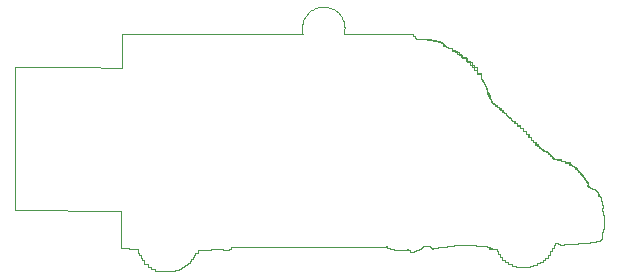
<source format=gbp>
G75*
%MOIN*%
%OFA0B0*%
%FSLAX24Y24*%
%IPPOS*%
%LPD*%
%AMOC8*
5,1,8,0,0,1.08239X$1,22.5*
%
%ADD10C,0.0010*%
%ADD11C,0.0004*%
D10*
X005682Y009387D02*
X005682Y009460D01*
X005557Y009460D01*
X005557Y009555D01*
X005438Y009555D01*
X005438Y009675D01*
X005386Y009675D01*
X005386Y009746D01*
X005331Y009746D01*
X005331Y009835D01*
X005283Y009835D01*
X005283Y009927D01*
X005250Y009927D01*
X005250Y010007D01*
X005235Y010007D01*
X005235Y010055D01*
X005135Y010055D01*
X005135Y010061D01*
X004929Y010061D01*
X004929Y010074D01*
X004755Y010074D01*
X005682Y009387D02*
X005818Y009387D01*
X005818Y009333D01*
X005969Y009333D01*
X005969Y009320D01*
X006023Y009320D01*
X006023Y009312D01*
X006073Y009312D01*
X006073Y009309D01*
X006244Y009309D01*
X006244Y009310D01*
X006349Y009310D01*
X006349Y009313D01*
X006415Y009313D01*
X006415Y009320D02*
X006463Y009320D01*
X006463Y009335D01*
X006514Y009335D01*
X006514Y009363D02*
X006595Y009363D01*
X006595Y009396D01*
X006672Y009396D01*
X006672Y009417D01*
X006716Y009417D01*
X006716Y009440D01*
X006758Y009440D01*
X006758Y009471D01*
X006807Y009471D01*
X006807Y009514D01*
X006871Y009514D01*
X006871Y009550D01*
X006918Y009550D01*
X006918Y009598D01*
X006966Y009598D01*
X006966Y009653D01*
X007016Y009653D01*
X007016Y009715D01*
X007064Y009715D01*
X007064Y009780D01*
X007109Y009780D01*
X007109Y009846D01*
X007149Y009846D01*
X007149Y009909D01*
X007182Y009909D01*
X007207Y009931D01*
X007231Y009931D01*
X007231Y010005D01*
X007256Y010005D01*
X007256Y010011D01*
X007305Y010011D01*
X007305Y010014D01*
X007335Y010014D01*
X007335Y010017D01*
X007384Y010017D01*
X007384Y010021D01*
X007444Y010021D01*
X007444Y010023D01*
X007508Y010023D01*
X007508Y010027D01*
X007581Y010027D01*
X007581Y010031D01*
X007664Y010031D01*
X007664Y010037D01*
X007748Y010037D01*
X007748Y010043D01*
X007821Y010043D01*
X007821Y010049D01*
X007893Y010049D01*
X007893Y010053D01*
X007948Y010053D01*
X007948Y010055D01*
X007990Y010055D01*
X007990Y010056D01*
X008020Y010056D01*
X008020Y010054D01*
X008041Y010054D01*
X008041Y010051D01*
X008054Y010051D01*
X008054Y010045D01*
X008063Y010045D01*
X008063Y010038D01*
X008068Y010038D01*
X008068Y010023D01*
X008084Y010023D01*
X008084Y010011D01*
X008111Y010011D01*
X008111Y010003D01*
X008146Y010003D01*
X008146Y010001D01*
X008189Y010001D01*
X008189Y010003D01*
X008211Y010003D01*
X008211Y010007D01*
X008233Y010007D01*
X008233Y010017D01*
X008256Y010017D01*
X008256Y010031D01*
X008283Y010031D01*
X008283Y010049D01*
X008311Y010049D01*
X008311Y010066D01*
X008328Y010066D01*
X008328Y010088D01*
X008340Y010088D01*
X008353Y010123D01*
X008364Y010123D01*
X008377Y010124D01*
X013513Y010111D01*
X013488Y010154D01*
X013552Y010154D01*
X013552Y010099D01*
X013633Y010099D01*
X013633Y010063D01*
X013698Y010063D01*
X013698Y010040D01*
X013756Y010040D01*
X013756Y010026D01*
X013822Y010026D01*
X013822Y010018D01*
X013917Y010018D01*
X013917Y010016D01*
X014033Y010016D01*
X014033Y010020D01*
X014142Y010020D01*
X014142Y010031D01*
X014217Y010031D01*
X014217Y010036D01*
X014237Y010036D01*
X014237Y010035D01*
X014253Y010035D01*
X014253Y010024D01*
X014270Y010024D01*
X014270Y010000D01*
X014296Y010000D01*
X014296Y009965D01*
X014344Y009965D01*
X014344Y009949D01*
X014391Y009949D01*
X014391Y009953D01*
X014437Y009953D01*
X014437Y009975D01*
X014482Y009975D01*
X014482Y009991D01*
X014513Y009991D01*
X014513Y010008D01*
X014553Y010008D01*
X014553Y010030D01*
X014611Y010030D01*
X014611Y010054D01*
X014661Y010054D01*
X014661Y010079D01*
X014698Y010079D01*
X014698Y010103D01*
X014720Y010103D01*
X014720Y010123D01*
X014736Y010123D01*
X014736Y010136D01*
X014760Y010136D01*
X014760Y010143D01*
X014806Y010143D01*
X014806Y010149D01*
X014885Y010149D01*
X014885Y010154D01*
X014975Y010154D01*
X014975Y010131D01*
X014981Y010131D01*
X014981Y010107D01*
X014993Y010107D01*
X014993Y010083D01*
X015013Y010083D01*
X015013Y010071D01*
X015028Y010071D01*
X015028Y010063D01*
X015041Y010063D01*
X015041Y010061D01*
X015056Y010061D01*
X015056Y010063D01*
X015075Y010063D01*
X015075Y010067D01*
X015107Y010067D01*
X015107Y010075D01*
X015167Y010075D01*
X015167Y010087D01*
X015247Y010087D01*
X015247Y010100D01*
X015338Y010100D01*
X015338Y010114D01*
X015438Y010114D01*
X015438Y010129D01*
X015542Y010129D01*
X015542Y010142D01*
X015636Y010142D01*
X015636Y010152D01*
X015710Y010152D01*
X015710Y010160D01*
X015766Y010160D01*
X015766Y010169D01*
X015814Y010169D01*
X015814Y010176D01*
X015849Y010176D01*
X015849Y010182D01*
X015866Y010182D01*
X015866Y010187D01*
X015897Y010187D01*
X015897Y010188D01*
X015969Y010188D01*
X015969Y010186D01*
X016074Y010186D01*
X016074Y010182D01*
X016204Y010182D01*
X016204Y010176D01*
X016350Y010176D01*
X016350Y010167D01*
X016503Y010167D01*
X016503Y010156D01*
X016656Y010156D01*
X016656Y010144D01*
X016800Y010144D01*
X016800Y010139D01*
X016838Y010139D01*
X016838Y010134D01*
X016867Y010134D01*
X016867Y010128D01*
X016888Y010128D01*
X016888Y010119D01*
X016900Y010119D01*
X016900Y010112D01*
X016914Y010112D01*
X016914Y010105D01*
X016933Y010105D01*
X016933Y010100D01*
X016961Y010100D01*
X016961Y010097D01*
X017001Y010097D01*
X017001Y010093D01*
X017006Y010081D01*
X017006Y010075D01*
X017038Y010075D01*
X017038Y010066D01*
X017064Y010066D01*
X017064Y010051D01*
X016953Y010088D01*
X016953Y010063D01*
X016998Y010063D01*
X016998Y010048D01*
X017039Y010048D01*
X017039Y010040D01*
X017081Y010040D01*
X017081Y010038D01*
X017208Y010038D01*
X017208Y009988D01*
X017233Y009988D01*
X017233Y009887D01*
X017296Y009887D01*
X017296Y009784D01*
X017380Y009784D01*
X017380Y009690D01*
X017476Y009690D01*
X017476Y009615D01*
X017576Y009615D01*
X017576Y009549D01*
X017695Y009549D01*
X017695Y009499D01*
X017823Y009499D01*
X017823Y009464D01*
X017958Y009464D01*
X017958Y009446D01*
X018202Y009446D01*
X018202Y009459D01*
X018309Y009459D01*
X018309Y009484D01*
X018417Y009484D01*
X018417Y009520D01*
X018522Y009520D01*
X018522Y009567D01*
X018624Y009567D01*
X018624Y009624D01*
X018721Y009624D01*
X018721Y009690D01*
X018812Y009690D01*
X018812Y009765D01*
X018893Y009765D01*
X018893Y009861D01*
X018973Y009861D01*
X018973Y009972D01*
X019047Y009972D01*
X019047Y010084D01*
X019106Y010084D01*
X019106Y010184D01*
X019141Y010184D01*
X019141Y010231D01*
X019152Y010231D01*
X019152Y010235D01*
X019205Y010235D01*
X019205Y010237D01*
X019233Y010237D01*
X019233Y010235D01*
X019251Y010235D01*
X019251Y010231D01*
X019262Y010231D01*
X019262Y010222D01*
X019271Y010222D01*
X019271Y010209D01*
X019281Y010209D01*
X019281Y010201D01*
X019296Y010201D01*
X019296Y010196D01*
X019322Y010196D01*
X019322Y010194D01*
X019368Y010194D01*
X019368Y010197D01*
X019441Y010197D01*
X019441Y010203D01*
X019548Y010203D01*
X019548Y010214D01*
X019696Y010214D01*
X019696Y010229D01*
X019893Y010229D01*
X019893Y010242D01*
X020062Y010242D01*
X020062Y010251D01*
X020196Y010251D01*
X020196Y010260D01*
X020298Y010260D01*
X020298Y010267D01*
X020374Y010267D01*
X020374Y010273D01*
X020428Y010273D01*
X020428Y010278D01*
X020464Y010278D01*
X020464Y010284D01*
X020487Y010284D01*
X020487Y010290D01*
X020501Y010290D01*
X020501Y010303D01*
X020539Y010303D01*
X020539Y010308D01*
X020584Y010308D01*
X020584Y010309D01*
X020610Y010309D01*
X020610Y010313D01*
X020629Y010313D01*
X020629Y010323D01*
X020646Y010323D01*
X020646Y010340D01*
X020664Y010340D01*
X020664Y010361D01*
X020680Y010361D01*
X020680Y010378D01*
X020690Y010378D01*
X020690Y010401D01*
X020694Y010401D01*
X020694Y010436D01*
X020694Y010436D01*
X020694Y010491D01*
X020697Y010491D01*
X020697Y010543D01*
X020707Y010543D01*
X020707Y010587D01*
X020720Y010587D01*
X020720Y010616D01*
X020736Y010616D01*
X020736Y010649D01*
X020749Y010649D01*
X020749Y010713D01*
X020758Y010713D01*
X020758Y010799D01*
X020762Y010799D01*
X020762Y010899D01*
X020764Y010899D01*
X020764Y011003D01*
X020762Y011003D01*
X020762Y011103D01*
X020756Y011103D01*
X020756Y011189D01*
X020747Y011189D01*
X020747Y011254D01*
X020734Y011254D01*
X020734Y011330D01*
X020720Y011330D01*
X020720Y011403D01*
X020728Y011403D01*
X020728Y011475D01*
X020722Y011475D01*
X020722Y011533D01*
X020712Y011533D01*
X020712Y011597D01*
X020700Y011597D01*
X020700Y011660D01*
X020685Y011660D01*
X020685Y011715D01*
X020670Y011715D01*
X020670Y011758D01*
X020657Y011758D01*
X020657Y011782D01*
X020646Y011782D01*
X020646Y011798D01*
X020627Y011798D01*
X020627Y011804D01*
X020605Y011804D01*
X020605Y011805D01*
X020592Y011805D01*
X020592Y011810D01*
X020585Y011810D01*
X020585Y011820D01*
X020584Y011820D01*
X020584Y011839D01*
X020587Y011839D01*
X020587Y011860D01*
X020589Y011860D01*
X020589Y011879D01*
X020584Y011879D01*
X020584Y011903D01*
X020572Y011903D01*
X020572Y011940D01*
X020547Y011940D01*
X020547Y011964D01*
X020530Y011964D01*
X020530Y011982D01*
X020516Y011982D01*
X020516Y011998D01*
X020499Y011998D01*
X020499Y012011D01*
X020480Y012011D01*
X020480Y012024D01*
X020454Y012024D01*
X020454Y012040D01*
X020417Y012040D01*
X020417Y012060D01*
X020368Y012060D01*
X020368Y012085D01*
X020302Y012085D01*
X020302Y012102D01*
X020259Y012102D01*
X020259Y012115D01*
X020234Y012115D01*
X020234Y012127D01*
X020221Y012127D01*
X020221Y012142D01*
X020215Y012142D01*
X020215Y012164D01*
X020214Y012164D01*
X020214Y012179D01*
X020220Y012179D01*
X020220Y012195D01*
X020227Y012195D01*
X020227Y012220D01*
X020230Y012220D01*
X020230Y012235D01*
X020229Y012235D01*
X020229Y012248D01*
X020224Y012248D01*
X020224Y012258D01*
X020215Y012258D01*
X020215Y012267D01*
X020201Y012267D01*
X020201Y012281D01*
X020186Y012281D01*
X020186Y012305D01*
X020164Y012305D01*
X020164Y012338D01*
X020140Y012338D01*
X020140Y012374D01*
X020115Y012374D01*
X020115Y012413D01*
X020087Y012413D01*
X020087Y012456D01*
X020057Y012456D01*
X020057Y012496D01*
X020027Y012496D01*
X020027Y012529D01*
X020001Y012529D01*
X020001Y012557D01*
X019979Y012557D01*
X019979Y012582D01*
X019958Y012582D01*
X019958Y012602D01*
X019943Y012602D01*
X019943Y012614D01*
X019933Y012614D01*
X019933Y012629D01*
X019919Y012629D01*
X019919Y012655D01*
X019892Y012655D01*
X019892Y012689D01*
X019855Y012689D01*
X019855Y012727D01*
X019812Y012727D01*
X019812Y012775D01*
X019757Y012775D01*
X019757Y012812D01*
X019708Y012812D01*
X019708Y012840D01*
X019664Y012840D01*
X019664Y012866D01*
X019616Y012866D01*
X019616Y012931D01*
X019474Y012931D01*
X019474Y012989D01*
X019331Y012989D01*
X019331Y013032D01*
X019203Y013032D01*
X019203Y013055D01*
X019105Y013055D01*
X019105Y013059D01*
X019081Y013059D01*
X019081Y013066D01*
X019064Y013066D01*
X019064Y013080D01*
X019051Y013080D01*
X019051Y013103D01*
X019035Y013103D01*
X019035Y013119D01*
X019024Y013119D01*
X019024Y013135D01*
X019012Y013135D01*
X019012Y013148D01*
X019001Y013148D01*
X019001Y013155D01*
X018993Y013155D01*
X018993Y013165D01*
X018982Y013165D01*
X018982Y013183D01*
X018965Y013183D01*
X018965Y013206D01*
X018944Y013206D01*
X018944Y013233D01*
X018920Y013233D01*
X018920Y013255D01*
X018901Y013255D01*
X018901Y013271D01*
X018886Y013271D01*
X018886Y013283D01*
X018875Y013283D01*
X018875Y013291D01*
X018864Y013291D01*
X018864Y013297D01*
X018855Y013297D01*
X018855Y013299D01*
X018846Y013299D01*
X018846Y013301D01*
X018821Y013301D01*
X018821Y013305D01*
X018789Y013305D01*
X018789Y013316D01*
X018769Y013316D01*
X018769Y013332D01*
X018749Y013332D01*
X018749Y013348D01*
X018719Y013348D01*
X018719Y013366D01*
X018687Y013366D01*
X018687Y013385D01*
X018663Y013385D01*
X018663Y013403D01*
X018640Y013403D01*
X018640Y013418D01*
X018612Y013418D01*
X018612Y013435D01*
X018587Y013435D01*
X018587Y013473D01*
X018545Y013473D01*
X018545Y013531D01*
X018486Y013531D01*
X018486Y013611D01*
X018411Y013611D01*
X018411Y013686D01*
X018338Y013686D01*
X018338Y013775D01*
X018251Y013775D01*
X018251Y013872D01*
X018157Y013872D01*
X018157Y013972D01*
X018057Y013972D01*
X018057Y014070D01*
X017958Y014070D01*
X017958Y014164D01*
X017862Y014164D01*
X017862Y014246D01*
X017777Y014246D01*
X017777Y014314D01*
X017706Y014314D01*
X017706Y014354D01*
X017663Y014354D01*
X017663Y014400D01*
X017616Y014400D01*
X017616Y014443D01*
X017569Y014443D01*
X017569Y014481D01*
X017529Y014481D01*
X017529Y014521D01*
X017488Y014521D01*
X017488Y014567D01*
X017437Y014567D01*
X017437Y014618D01*
X017380Y014618D01*
X017380Y014673D01*
X017320Y014673D01*
X017320Y014728D01*
X017258Y014728D01*
X017258Y014780D01*
X017198Y014780D01*
X017198Y014828D01*
X017142Y014828D01*
X017142Y014869D01*
X017094Y014869D01*
X017094Y014896D01*
X017063Y014896D01*
X017063Y014921D01*
X017037Y014921D01*
X017037Y014940D01*
X017020Y014940D01*
X017020Y014951D01*
X017013Y014951D01*
X017013Y014966D01*
X017008Y014966D01*
X017008Y014996D01*
X016996Y014996D01*
X016996Y015036D01*
X016976Y015036D01*
X016976Y015083D01*
X016953Y015083D01*
X016953Y015165D01*
X016913Y015165D01*
X016913Y015230D01*
X016885Y015230D01*
X016885Y015281D01*
X016869Y015281D01*
X016869Y015321D01*
X016865Y015321D01*
X016865Y015342D01*
X016860Y015342D01*
X016860Y015377D01*
X016846Y015377D01*
X016846Y015424D01*
X016825Y015424D01*
X016825Y015479D01*
X016797Y015479D01*
X016797Y015538D01*
X016766Y015538D01*
X016766Y015600D01*
X016731Y015600D01*
X016731Y015661D01*
X016695Y015661D01*
X016695Y015719D01*
X016660Y015719D01*
X016660Y015878D01*
X016549Y015878D01*
X016549Y016033D01*
X016427Y016033D01*
X016427Y016180D01*
X016294Y016180D01*
X016294Y016318D01*
X016155Y016318D01*
X016155Y016444D01*
X016010Y016444D01*
X016010Y016557D01*
X015862Y016557D01*
X015862Y016655D01*
X015714Y016655D01*
X015714Y016736D01*
X015566Y016736D01*
X015566Y016773D01*
X015490Y016773D01*
X015490Y016801D01*
X015446Y016801D01*
X015446Y016827D01*
X015420Y016827D01*
X015420Y016864D01*
X015399Y016864D01*
X015399Y016883D01*
X015388Y016883D01*
X015388Y016900D01*
X015375Y016900D01*
X015375Y016916D01*
X015361Y016916D01*
X015361Y016926D01*
X015347Y016926D01*
X015347Y016946D01*
X015306Y016946D01*
X015306Y016964D01*
X015246Y016964D01*
X015246Y016982D01*
X015170Y016982D01*
X015170Y016998D01*
X015080Y016998D01*
X015080Y017012D01*
X014979Y017012D01*
X014979Y017025D01*
X014868Y017025D01*
X014868Y017036D01*
X014750Y017036D01*
X014750Y017044D01*
X014627Y017044D01*
X014627Y017050D01*
X014493Y017050D01*
X014493Y017088D01*
X014475Y017088D01*
X014475Y017120D01*
X014458Y017120D01*
X014458Y017142D01*
X014441Y017142D01*
X014441Y017143D01*
X014438Y017143D01*
X014438Y017144D01*
X014431Y017144D01*
X014431Y017145D01*
X014420Y017145D01*
X014420Y017146D01*
X014403Y017146D01*
X014412Y017156D02*
X014429Y017156D01*
X014429Y017155D01*
X014440Y017155D01*
X014440Y017154D01*
X014448Y017154D01*
X014448Y017153D01*
X014451Y017153D01*
X014451Y017151D01*
X014467Y017151D01*
X014467Y017129D01*
X014484Y017129D01*
X014484Y017098D01*
X014501Y017098D01*
X014501Y017059D01*
X014635Y017059D01*
X014635Y017053D01*
X014759Y017053D01*
X014759Y017045D01*
X014877Y017045D01*
X014877Y017035D01*
X014988Y017035D01*
X014988Y017022D01*
X015090Y017022D01*
X015090Y017007D01*
X015179Y017007D01*
X015179Y016991D01*
X015255Y016991D01*
X015255Y016973D01*
X015315Y016973D01*
X015315Y016954D01*
X015357Y016954D01*
X015357Y016935D01*
X015370Y016935D01*
X015370Y016925D01*
X015384Y016925D01*
X015384Y016910D01*
X015397Y016910D01*
X015397Y016892D01*
X015408Y016892D01*
X015408Y016874D01*
X015430Y016874D01*
X015430Y016837D01*
X015456Y016837D01*
X015456Y016810D01*
X015500Y016810D01*
X015500Y016783D01*
X015575Y016783D01*
X015575Y016745D01*
X015687Y016745D01*
X015687Y016684D01*
X015812Y016684D01*
X015812Y016606D01*
X015936Y016606D01*
X015936Y016519D01*
X016049Y016519D01*
X016049Y016430D01*
X016220Y016430D01*
X016220Y016274D01*
X016384Y016274D01*
X016384Y016100D01*
X016536Y016100D01*
X016536Y015916D01*
X016668Y015916D01*
X016668Y015728D01*
X016705Y015728D01*
X016705Y015671D01*
X016740Y015671D01*
X016740Y015609D01*
X016775Y015609D01*
X016775Y015548D01*
X016807Y015548D01*
X016807Y015488D01*
X016834Y015488D01*
X016834Y015433D01*
X016855Y015433D01*
X016855Y015387D01*
X016869Y015387D01*
X016869Y015351D01*
X016874Y015351D01*
X016874Y015330D01*
X016879Y015330D01*
X016879Y015290D01*
X016895Y015290D01*
X016895Y015239D01*
X016922Y015239D01*
X016922Y015174D01*
X016962Y015174D01*
X016962Y015092D01*
X016986Y015092D01*
X016986Y015046D01*
X017005Y015046D01*
X017005Y015005D01*
X017018Y015005D01*
X017018Y014975D01*
X017023Y014975D01*
X017023Y014961D01*
X017029Y014961D01*
X017029Y014950D01*
X017047Y014950D01*
X017047Y014931D01*
X017072Y014931D01*
X017072Y014906D01*
X017103Y014906D01*
X017103Y014878D01*
X017152Y014878D01*
X017152Y014837D01*
X017207Y014837D01*
X017207Y014789D01*
X017268Y014789D01*
X017268Y014737D01*
X017329Y014737D01*
X017329Y014682D01*
X017389Y014682D01*
X017389Y014628D01*
X017446Y014628D01*
X017446Y014576D01*
X017497Y014576D01*
X017497Y014529D01*
X017538Y014529D01*
X017538Y014491D01*
X017578Y014491D01*
X017578Y014453D01*
X017625Y014453D01*
X017625Y014409D01*
X017672Y014409D01*
X017672Y014364D01*
X017715Y014364D01*
X017715Y014324D01*
X017787Y014324D01*
X017787Y014256D01*
X017872Y014256D01*
X017872Y014173D01*
X017967Y014173D01*
X017967Y014080D01*
X018066Y014080D01*
X018066Y013981D01*
X018166Y013981D01*
X018166Y013881D01*
X018261Y013881D01*
X018261Y013785D01*
X018347Y013785D01*
X018347Y013696D01*
X018420Y013696D01*
X018420Y013620D01*
X018496Y013620D01*
X018496Y013540D01*
X018555Y013540D01*
X018555Y013482D01*
X018596Y013482D01*
X018596Y013445D01*
X018621Y013445D01*
X018621Y013428D01*
X018649Y013428D01*
X018649Y013412D01*
X018672Y013412D01*
X018672Y013394D01*
X018696Y013394D01*
X018696Y013375D01*
X018728Y013375D01*
X018728Y013358D01*
X018758Y013358D01*
X018758Y013342D01*
X018778Y013342D01*
X018778Y013325D01*
X018798Y013325D01*
X018798Y013314D01*
X018831Y013314D01*
X018831Y013310D01*
X018855Y013310D01*
X018855Y013309D01*
X018864Y013309D01*
X018864Y013305D01*
X018874Y013305D01*
X018874Y013301D01*
X018884Y013301D01*
X018884Y013292D01*
X018896Y013292D01*
X018896Y013281D01*
X018910Y013281D01*
X018910Y013264D01*
X018929Y013264D01*
X018929Y013242D01*
X018953Y013242D01*
X018953Y013216D01*
X018974Y013216D01*
X018974Y013192D01*
X018992Y013192D01*
X018992Y013174D01*
X019002Y013174D01*
X019002Y013165D01*
X019010Y013165D01*
X019010Y013157D01*
X019021Y013157D01*
X019021Y013145D01*
X019033Y013145D01*
X019033Y013129D01*
X019044Y013129D01*
X019044Y013111D01*
X019060Y013111D01*
X019060Y013089D01*
X019074Y013089D01*
X019074Y013075D01*
X019091Y013075D01*
X019091Y013068D01*
X019114Y013068D01*
X019114Y013063D01*
X019212Y013063D01*
X019212Y013041D01*
X019340Y013041D01*
X019340Y012998D01*
X019484Y012998D01*
X019484Y012941D01*
X019625Y012941D01*
X019625Y012875D01*
X019673Y012875D01*
X019673Y012849D01*
X019718Y012849D01*
X019718Y012820D01*
X019766Y012820D01*
X019766Y012784D01*
X019821Y012784D01*
X019821Y012737D01*
X019864Y012737D01*
X019864Y012698D01*
X019902Y012698D01*
X019902Y012664D01*
X019929Y012664D01*
X019929Y012638D01*
X019943Y012638D01*
X019943Y012624D01*
X019952Y012624D01*
X019952Y012611D01*
X019968Y012611D01*
X019968Y012591D01*
X019988Y012591D01*
X019988Y012566D01*
X020010Y012566D01*
X020010Y012538D01*
X020036Y012538D01*
X020036Y012506D01*
X020066Y012506D01*
X020066Y012466D01*
X020097Y012466D01*
X020097Y012423D01*
X020123Y012423D01*
X020123Y012383D01*
X020149Y012383D01*
X020149Y012347D01*
X020173Y012347D01*
X020173Y012315D01*
X020195Y012315D01*
X020195Y012291D01*
X020210Y012291D01*
X020210Y012277D01*
X020225Y012277D01*
X020225Y012267D01*
X020234Y012267D01*
X020234Y012256D01*
X020238Y012256D01*
X020238Y012241D01*
X020239Y012241D01*
X020239Y012220D01*
X020236Y012220D01*
X020236Y012188D01*
X020230Y012188D01*
X020230Y012170D01*
X020222Y012170D01*
X020222Y012153D01*
X020232Y012153D01*
X020232Y012136D01*
X020262Y012136D01*
X020262Y012116D01*
X020311Y012116D01*
X020311Y012094D01*
X014412Y017157D02*
X014412Y017156D01*
D11*
X014404Y017147D02*
X014391Y017216D01*
X012091Y017216D01*
X012092Y017216D02*
X012105Y017267D01*
X012114Y017319D01*
X012119Y017372D01*
X012121Y017425D01*
X012119Y017477D01*
X012112Y017530D01*
X012102Y017581D01*
X012088Y017632D01*
X012070Y017682D01*
X012049Y017730D01*
X012024Y017777D01*
X011995Y017821D01*
X011964Y017863D01*
X011929Y017903D01*
X011891Y017940D01*
X011851Y017975D01*
X011809Y018006D01*
X011764Y018034D01*
X011717Y018058D01*
X011669Y018079D01*
X011619Y018096D01*
X011568Y018110D01*
X011516Y018119D01*
X011463Y018125D01*
X011410Y018127D01*
X011358Y018125D01*
X011305Y018119D01*
X011253Y018109D01*
X011202Y018095D01*
X011153Y018078D01*
X011104Y018057D01*
X011058Y018032D01*
X011013Y018004D01*
X010970Y017973D01*
X010930Y017938D01*
X010893Y017901D01*
X010859Y017861D01*
X010827Y017819D01*
X010799Y017774D01*
X010774Y017728D01*
X010753Y017679D01*
X010735Y017629D01*
X010721Y017579D01*
X010711Y017527D01*
X010705Y017474D01*
X010703Y017422D01*
X010705Y017369D01*
X010710Y017316D01*
X010720Y017264D01*
X010733Y017213D01*
X010733Y017214D02*
X004715Y017224D01*
X004715Y016090D01*
X003273Y016100D01*
X001139Y016109D01*
X001130Y011342D01*
X004657Y011332D01*
X004657Y010265D01*
X004657Y010073D01*
X004754Y010073D01*
M02*

</source>
